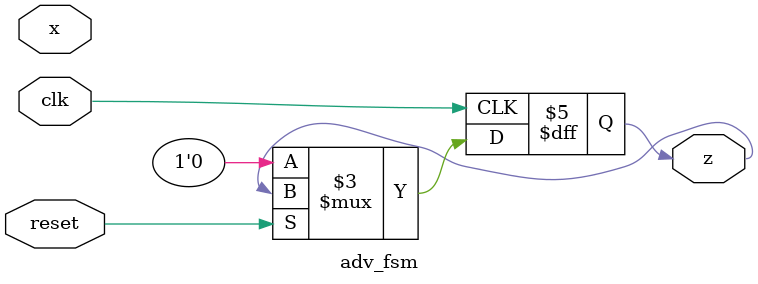
<source format=v>
module adv_fsm(
input clk,
input reset,
input x,
output z ); 
reg [1:0] present_state, next_state;
parameter IDLE=0, S1=1, S10=2, S101=3;
// output signal z is asserted to 1 when present_state is S101 
// present_state is reset to IDLE when rset is high
// otherwise it is assigned next state
// if present_state is IDLE, next_state is assigned S1 if x is 1, otherwise next_state stays at IDLE
// if present_state is S1, next_state is assigned S10 if x is 0, otherwise next_state stays at IDLE 
// if present_state is S10, next_state is assigned S101 if x is 1, otherwise next_state stays at IDLE 
// if present_state is S101, next_state is assigned IDLE


always @ (posedge clk)
begin
// implement FSM
if(reset == 0)begin
// on reset set preset and next state to idle
z <= 0;
end
else begin
//
end 

end

endmodule

</source>
